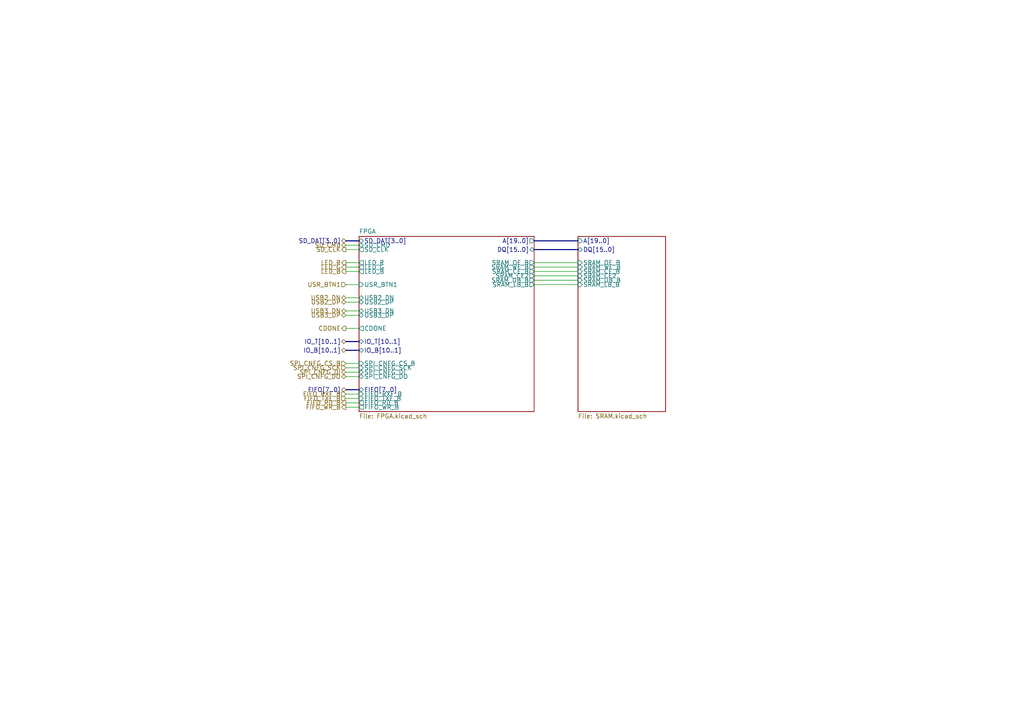
<source format=kicad_sch>
(kicad_sch
	(version 20250114)
	(generator "eeschema")
	(generator_version "9.0")
	(uuid "4352297a-e32b-4d0d-aeec-02d3edae7d1a")
	(paper "A4")
	(lib_symbols)
	(wire
		(pts
			(xy 154.94 78.74) (xy 167.64 78.74)
		)
		(stroke
			(width 0)
			(type default)
		)
		(uuid "0cd21ca4-29b7-4026-9f50-7b09699f7402")
	)
	(wire
		(pts
			(xy 100.33 116.84) (xy 104.14 116.84)
		)
		(stroke
			(width 0)
			(type default)
		)
		(uuid "0ded3ce6-b966-445e-aacc-bc9b42593b85")
	)
	(bus
		(pts
			(xy 154.94 69.85) (xy 167.64 69.85)
		)
		(stroke
			(width 0)
			(type default)
		)
		(uuid "13ecce82-6aba-4d21-b5c0-c820101e6a5a")
	)
	(bus
		(pts
			(xy 100.33 101.6) (xy 104.14 101.6)
		)
		(stroke
			(width 0)
			(type default)
		)
		(uuid "1eaf0903-38b9-4a19-b180-7c1ec1aa00e4")
	)
	(wire
		(pts
			(xy 100.33 78.74) (xy 104.14 78.74)
		)
		(stroke
			(width 0)
			(type default)
		)
		(uuid "251fb74a-e0c5-44e9-96a2-fd13ec306d69")
	)
	(wire
		(pts
			(xy 100.33 95.25) (xy 104.14 95.25)
		)
		(stroke
			(width 0)
			(type default)
		)
		(uuid "30d4207c-39b2-427d-909e-b43e1184a4c8")
	)
	(wire
		(pts
			(xy 100.33 71.12) (xy 104.14 71.12)
		)
		(stroke
			(width 0)
			(type default)
		)
		(uuid "335d4511-dd9b-4265-8f21-d6e8569d47c9")
	)
	(wire
		(pts
			(xy 100.33 109.22) (xy 104.14 109.22)
		)
		(stroke
			(width 0)
			(type default)
		)
		(uuid "38ac094c-11fe-4703-9eba-2a6604cb4101")
	)
	(wire
		(pts
			(xy 100.33 107.95) (xy 104.14 107.95)
		)
		(stroke
			(width 0)
			(type default)
		)
		(uuid "3f699d68-efa3-4d4b-90c6-b18b542b13fe")
	)
	(wire
		(pts
			(xy 100.33 76.2) (xy 104.14 76.2)
		)
		(stroke
			(width 0)
			(type default)
		)
		(uuid "42bff415-6629-4914-81bb-a6e4651cedd8")
	)
	(bus
		(pts
			(xy 100.33 113.03) (xy 104.14 113.03)
		)
		(stroke
			(width 0)
			(type default)
		)
		(uuid "4c36b8de-0580-49d1-acf0-96e3a66c1266")
	)
	(wire
		(pts
			(xy 154.94 81.28) (xy 167.64 81.28)
		)
		(stroke
			(width 0)
			(type default)
		)
		(uuid "515fcdad-0710-4a40-a5a2-c9cd5d496065")
	)
	(wire
		(pts
			(xy 100.33 91.44) (xy 104.14 91.44)
		)
		(stroke
			(width 0)
			(type default)
		)
		(uuid "574ae086-ea9b-4be1-9e60-91fa11bd8148")
	)
	(wire
		(pts
			(xy 154.94 77.47) (xy 167.64 77.47)
		)
		(stroke
			(width 0)
			(type default)
		)
		(uuid "6bda5b1c-c9df-42b4-acc6-83818df4d21c")
	)
	(bus
		(pts
			(xy 154.94 72.39) (xy 167.64 72.39)
		)
		(stroke
			(width 0)
			(type default)
		)
		(uuid "6dd260d0-729c-49a0-89b7-61305c33b238")
	)
	(wire
		(pts
			(xy 100.33 118.11) (xy 104.14 118.11)
		)
		(stroke
			(width 0)
			(type default)
		)
		(uuid "7a468fbf-6953-41ca-9084-eb70980a268f")
	)
	(wire
		(pts
			(xy 100.33 90.17) (xy 104.14 90.17)
		)
		(stroke
			(width 0)
			(type default)
		)
		(uuid "7d3a588b-ab36-4bb2-a029-8647aa5dae58")
	)
	(wire
		(pts
			(xy 100.33 106.68) (xy 104.14 106.68)
		)
		(stroke
			(width 0)
			(type default)
		)
		(uuid "976563df-5e51-40a3-bca0-d37354a52dbf")
	)
	(bus
		(pts
			(xy 100.33 69.85) (xy 104.14 69.85)
		)
		(stroke
			(width 0)
			(type default)
		)
		(uuid "bb301b87-01de-4273-8e6c-28ea2dd50287")
	)
	(wire
		(pts
			(xy 154.94 76.2) (xy 167.64 76.2)
		)
		(stroke
			(width 0)
			(type default)
		)
		(uuid "bd993e17-1a18-4178-9b76-d3c0f4722908")
	)
	(wire
		(pts
			(xy 100.33 114.3) (xy 104.14 114.3)
		)
		(stroke
			(width 0)
			(type default)
		)
		(uuid "c03d6c3c-5a1b-415c-b8ec-9fee7612bbef")
	)
	(wire
		(pts
			(xy 100.33 115.57) (xy 104.14 115.57)
		)
		(stroke
			(width 0)
			(type default)
		)
		(uuid "c5d7a71f-4000-4a8a-a4aa-33805c592c67")
	)
	(wire
		(pts
			(xy 100.33 86.36) (xy 104.14 86.36)
		)
		(stroke
			(width 0)
			(type default)
		)
		(uuid "cb0edc27-778a-44f2-867f-59b62dd078a5")
	)
	(wire
		(pts
			(xy 154.94 80.01) (xy 167.64 80.01)
		)
		(stroke
			(width 0)
			(type default)
		)
		(uuid "cccabc71-33fb-4aff-ad70-fcf45c8e12af")
	)
	(wire
		(pts
			(xy 100.33 77.47) (xy 104.14 77.47)
		)
		(stroke
			(width 0)
			(type default)
		)
		(uuid "cf811994-f002-488c-a6a9-f4f8b3b9a044")
	)
	(wire
		(pts
			(xy 100.33 87.63) (xy 104.14 87.63)
		)
		(stroke
			(width 0)
			(type default)
		)
		(uuid "d82049e8-4568-4307-ba0c-e8092e18e83f")
	)
	(wire
		(pts
			(xy 100.33 72.39) (xy 104.14 72.39)
		)
		(stroke
			(width 0)
			(type default)
		)
		(uuid "d95614c0-5a2b-4591-9c01-95c8ce24c97f")
	)
	(wire
		(pts
			(xy 154.94 82.55) (xy 167.64 82.55)
		)
		(stroke
			(width 0)
			(type default)
		)
		(uuid "e3876356-bc46-443d-a4eb-6e5500357cf8")
	)
	(wire
		(pts
			(xy 100.33 105.41) (xy 104.14 105.41)
		)
		(stroke
			(width 0)
			(type default)
		)
		(uuid "ebbb3a04-4d84-43c9-8deb-1268ee453a3a")
	)
	(wire
		(pts
			(xy 100.33 82.55) (xy 104.14 82.55)
		)
		(stroke
			(width 0)
			(type default)
		)
		(uuid "eca7f51a-5715-4fc0-8375-526d6ef1b6fa")
	)
	(bus
		(pts
			(xy 100.33 99.06) (xy 104.14 99.06)
		)
		(stroke
			(width 0)
			(type default)
		)
		(uuid "f6420543-5554-475f-a7e7-1321efef7a01")
	)
	(hierarchical_label "LED_B"
		(shape output)
		(at 100.33 78.74 180)
		(effects
			(font
				(size 1.27 1.27)
			)
			(justify right)
		)
		(uuid "02ce3184-12d3-4c0b-8757-c8cb8f79ca79")
	)
	(hierarchical_label "SD_DAT[3..0]"
		(shape bidirectional)
		(at 100.33 69.85 180)
		(effects
			(font
				(size 1.27 1.27)
			)
			(justify right)
		)
		(uuid "06c4fddb-1716-4a2e-a44e-9969f974819f")
	)
	(hierarchical_label "USR_BTN1"
		(shape input)
		(at 100.33 82.55 180)
		(effects
			(font
				(size 1.27 1.27)
			)
			(justify right)
		)
		(uuid "0c930c4f-3f1a-4798-be68-704437964705")
	)
	(hierarchical_label "CDONE"
		(shape output)
		(at 100.33 95.25 180)
		(effects
			(font
				(size 1.27 1.27)
			)
			(justify right)
		)
		(uuid "29cafb4b-96fc-467b-9001-b6c0099365dd")
	)
	(hierarchical_label "SPI_CNFG_DI"
		(shape bidirectional)
		(at 100.33 107.95 180)
		(effects
			(font
				(size 1.27 1.27)
			)
			(justify right)
		)
		(uuid "3d195c3a-bebb-4f81-b432-dff2597536d2")
	)
	(hierarchical_label "LED_R"
		(shape output)
		(at 100.33 76.2 180)
		(effects
			(font
				(size 1.27 1.27)
			)
			(justify right)
		)
		(uuid "40bb6364-e90f-4013-bedc-6a86bbd3ff27")
	)
	(hierarchical_label "SPI_CNFG_DO"
		(shape bidirectional)
		(at 100.33 109.22 180)
		(effects
			(font
				(size 1.27 1.27)
			)
			(justify right)
		)
		(uuid "48d6abdb-e298-4545-84c8-88e13844d253")
	)
	(hierarchical_label "SD_CLK"
		(shape output)
		(at 100.33 72.39 180)
		(effects
			(font
				(size 1.27 1.27)
			)
			(justify right)
		)
		(uuid "4f548b0b-a604-4b2e-87f8-c06fb329ef34")
	)
	(hierarchical_label "SD_CMD"
		(shape bidirectional)
		(at 100.33 71.12 180)
		(effects
			(font
				(size 1.27 1.27)
			)
			(justify right)
		)
		(uuid "5811d458-bb73-401e-860c-d14093e515de")
	)
	(hierarchical_label "FIFO_RXF_B"
		(shape input)
		(at 100.33 114.3 180)
		(effects
			(font
				(size 1.27 1.27)
			)
			(justify right)
		)
		(uuid "63b1c38b-e99e-4ca9-a261-1ee9f81acf06")
	)
	(hierarchical_label "USB2_DN"
		(shape bidirectional)
		(at 100.33 86.36 180)
		(effects
			(font
				(size 1.27 1.27)
			)
			(justify right)
		)
		(uuid "6c1120f9-cfe8-493b-89bd-716f3bdb078d")
	)
	(hierarchical_label "IO_T[10..1]"
		(shape bidirectional)
		(at 100.33 99.06 180)
		(effects
			(font
				(size 1.27 1.27)
			)
			(justify right)
		)
		(uuid "75726dc2-ff30-4dc4-b5d1-df2b83c4fccb")
	)
	(hierarchical_label "FIFO[7..0]"
		(shape bidirectional)
		(at 100.33 113.03 180)
		(effects
			(font
				(size 1.27 1.27)
			)
			(justify right)
		)
		(uuid "7923e515-468e-4163-9102-2be363927546")
	)
	(hierarchical_label "FIFO_RD_B"
		(shape output)
		(at 100.33 116.84 180)
		(effects
			(font
				(size 1.27 1.27)
			)
			(justify right)
		)
		(uuid "8a8540f8-53c7-4558-b82a-7ca2e35300fe")
	)
	(hierarchical_label "IO_B[10..1]"
		(shape bidirectional)
		(at 100.33 101.6 180)
		(effects
			(font
				(size 1.27 1.27)
			)
			(justify right)
		)
		(uuid "944d359b-3354-4590-a9b9-56f74d71dfdd")
	)
	(hierarchical_label "SPI_CNFG_CS_B"
		(shape input)
		(at 100.33 105.41 180)
		(effects
			(font
				(size 1.27 1.27)
			)
			(justify right)
		)
		(uuid "b83dc967-d83c-49a7-b15a-175d8435a908")
	)
	(hierarchical_label "SPI_CNFG_SCK"
		(shape input)
		(at 100.33 106.68 180)
		(effects
			(font
				(size 1.27 1.27)
			)
			(justify right)
		)
		(uuid "b8f55118-fbae-4827-bbf6-5d9fa354b236")
	)
	(hierarchical_label "FIFO_TXE_B"
		(shape input)
		(at 100.33 115.57 180)
		(effects
			(font
				(size 1.27 1.27)
			)
			(justify right)
		)
		(uuid "c81a4ca2-7aa1-4844-b245-cf1dffd3cd93")
	)
	(hierarchical_label "LED_G"
		(shape output)
		(at 100.33 77.47 180)
		(effects
			(font
				(size 1.27 1.27)
			)
			(justify right)
		)
		(uuid "ce8042e3-25ec-482d-a84a-172ab2123db7")
	)
	(hierarchical_label "USB3_DN"
		(shape bidirectional)
		(at 100.33 90.17 180)
		(effects
			(font
				(size 1.27 1.27)
			)
			(justify right)
		)
		(uuid "ce890011-1ee4-4e6f-ae0b-37d683e58eda")
	)
	(hierarchical_label "USB3_DP"
		(shape bidirectional)
		(at 100.33 91.44 180)
		(effects
			(font
				(size 1.27 1.27)
			)
			(justify right)
		)
		(uuid "d5073220-5df9-4911-a0d2-91c5be6258f0")
	)
	(hierarchical_label "USB2_DP"
		(shape bidirectional)
		(at 100.33 87.63 180)
		(effects
			(font
				(size 1.27 1.27)
			)
			(justify right)
		)
		(uuid "e807f2ed-af00-4920-8462-f06f4b0d387f")
	)
	(hierarchical_label "FIFO_WR_B"
		(shape output)
		(at 100.33 118.11 180)
		(effects
			(font
				(size 1.27 1.27)
			)
			(justify right)
		)
		(uuid "f31a3c5e-f6cf-49d8-a1dd-068b1a40ecd4")
	)
	(sheet
		(at 104.14 68.58)
		(size 50.8 50.8)
		(exclude_from_sim no)
		(in_bom yes)
		(on_board yes)
		(dnp no)
		(fields_autoplaced yes)
		(stroke
			(width 0.1524)
			(type solid)
		)
		(fill
			(color 0 0 0 0.0000)
		)
		(uuid "45951699-7d91-42f2-85db-3c9973456bfb")
		(property "Sheetname" "FPGA"
			(at 104.14 67.8684 0)
			(effects
				(font
					(size 1.27 1.27)
				)
				(justify left bottom)
			)
		)
		(property "Sheetfile" "FPGA.kicad_sch"
			(at 104.14 119.9646 0)
			(effects
				(font
					(size 1.27 1.27)
				)
				(justify left top)
			)
		)
		(pin "LED_R" output
			(at 104.14 76.2 180)
			(uuid "6dc58897-be08-45c7-a961-2a081f6839cc")
			(effects
				(font
					(size 1.27 1.27)
				)
				(justify left)
			)
		)
		(pin "LED_B" output
			(at 104.14 78.74 180)
			(uuid "deee3b8a-d204-4c81-bd97-5d158545c3b7")
			(effects
				(font
					(size 1.27 1.27)
				)
				(justify left)
			)
		)
		(pin "LED_G" output
			(at 104.14 77.47 180)
			(uuid "a6eeed8f-107f-4050-a0cf-fcb2465131ed")
			(effects
				(font
					(size 1.27 1.27)
				)
				(justify left)
			)
		)
		(pin "USR_BTN1" input
			(at 104.14 82.55 180)
			(uuid "d69abee9-3734-415f-b747-7e30b096685e")
			(effects
				(font
					(size 1.27 1.27)
				)
				(justify left)
			)
		)
		(pin "A[19..0]" output
			(at 154.94 69.85 0)
			(uuid "7019749e-5695-42dd-9336-53cd76fa8095")
			(effects
				(font
					(size 1.27 1.27)
				)
				(justify right)
			)
		)
		(pin "SRAM_CE_B" output
			(at 154.94 78.74 0)
			(uuid "7287ee9f-32d0-4be3-9f11-2c9a6c2f146a")
			(effects
				(font
					(size 1.27 1.27)
				)
				(justify right)
			)
		)
		(pin "SRAM_OE_B" output
			(at 154.94 76.2 0)
			(uuid "629380ed-d576-49b9-b8cb-d4d93c7f88c6")
			(effects
				(font
					(size 1.27 1.27)
				)
				(justify right)
			)
		)
		(pin "SRAM_CE2" output
			(at 154.94 80.01 0)
			(uuid "35d72f14-5e9f-4275-8441-b730c2ae6fd0")
			(effects
				(font
					(size 1.27 1.27)
				)
				(justify right)
			)
		)
		(pin "SRAM_WE_B" output
			(at 154.94 77.47 0)
			(uuid "af24777c-6dd7-43b4-9079-58c46cd37696")
			(effects
				(font
					(size 1.27 1.27)
				)
				(justify right)
			)
		)
		(pin "SRAM_LB_B" output
			(at 154.94 82.55 0)
			(uuid "509077a2-5294-456f-8bb1-2d58e6175c71")
			(effects
				(font
					(size 1.27 1.27)
				)
				(justify right)
			)
		)
		(pin "SRAM_UB_B" output
			(at 154.94 81.28 0)
			(uuid "e3d22509-5458-48f3-ad45-a72bfcec0569")
			(effects
				(font
					(size 1.27 1.27)
				)
				(justify right)
			)
		)
		(pin "DQ[15..0]" bidirectional
			(at 154.94 72.39 0)
			(uuid "6c4d50cd-400e-48e3-85a5-2216e0bacd26")
			(effects
				(font
					(size 1.27 1.27)
				)
				(justify right)
			)
		)
		(pin "USB2_DP" bidirectional
			(at 104.14 87.63 180)
			(uuid "965dde86-65e7-4d70-b764-3451d1cd22fa")
			(effects
				(font
					(size 1.27 1.27)
				)
				(justify left)
			)
		)
		(pin "USB2_DN" bidirectional
			(at 104.14 86.36 180)
			(uuid "8337b4ad-1439-4b8d-833c-dd3f8cdb3a74")
			(effects
				(font
					(size 1.27 1.27)
				)
				(justify left)
			)
		)
		(pin "USB3_DP" bidirectional
			(at 104.14 91.44 180)
			(uuid "52f2277c-8b61-488d-9baf-86954622c98c")
			(effects
				(font
					(size 1.27 1.27)
				)
				(justify left)
			)
		)
		(pin "CDONE" output
			(at 104.14 95.25 180)
			(uuid "c70f1786-21f7-4cf6-b9bd-022ac5965330")
			(effects
				(font
					(size 1.27 1.27)
				)
				(justify left)
			)
		)
		(pin "USB3_DN" bidirectional
			(at 104.14 90.17 180)
			(uuid "e0b33be3-3fc6-42aa-8ee7-600609afc98a")
			(effects
				(font
					(size 1.27 1.27)
				)
				(justify left)
			)
		)
		(pin "IO_T[10..1]" bidirectional
			(at 104.14 99.06 180)
			(uuid "a4873cff-2065-437c-8ab2-35dff852ebb5")
			(effects
				(font
					(size 1.27 1.27)
				)
				(justify left)
			)
		)
		(pin "SD_DAT[3..0]" bidirectional
			(at 104.14 69.85 180)
			(uuid "63b0a0db-d9dd-4d7e-a637-10b8abced289")
			(effects
				(font
					(size 1.27 1.27)
				)
				(justify left)
			)
		)
		(pin "SD_CMD" bidirectional
			(at 104.14 71.12 180)
			(uuid "019eacdd-4381-4de9-82b0-94798b7dba00")
			(effects
				(font
					(size 1.27 1.27)
				)
				(justify left)
			)
		)
		(pin "SD_CLK" output
			(at 104.14 72.39 180)
			(uuid "51a9d1c5-c6bd-4efc-88e5-30992470f73e")
			(effects
				(font
					(size 1.27 1.27)
				)
				(justify left)
			)
		)
		(pin "SPI_CNFG_DI" bidirectional
			(at 104.14 107.95 180)
			(uuid "00c9408a-5c62-4a64-94e1-92f70c1ec133")
			(effects
				(font
					(size 1.27 1.27)
				)
				(justify left)
			)
		)
		(pin "SPI_CNFG_CS_B" input
			(at 104.14 105.41 180)
			(uuid "b27a7506-3fae-44f1-a6ff-85527c079f51")
			(effects
				(font
					(size 1.27 1.27)
				)
				(justify left)
			)
		)
		(pin "SPI_CNFG_DO" bidirectional
			(at 104.14 109.22 180)
			(uuid "ef46fbc4-1474-4536-89f7-4ce8fad1ab7d")
			(effects
				(font
					(size 1.27 1.27)
				)
				(justify left)
			)
		)
		(pin "SPI_CNFG_SCK" input
			(at 104.14 106.68 180)
			(uuid "c23da42d-dfbe-45d7-ab05-53a7cd4c0101")
			(effects
				(font
					(size 1.27 1.27)
				)
				(justify left)
			)
		)
		(pin "FIFO[7..0]" bidirectional
			(at 104.14 113.03 180)
			(uuid "d3503bc1-3a31-4285-8bc2-2135298a807e")
			(effects
				(font
					(size 1.27 1.27)
				)
				(justify left)
			)
		)
		(pin "FIFO_RD_B" output
			(at 104.14 116.84 180)
			(uuid "a619252c-ee40-4014-b5cc-e90d8b01916d")
			(effects
				(font
					(size 1.27 1.27)
				)
				(justify left)
			)
		)
		(pin "FIFO_WR_B" output
			(at 104.14 118.11 180)
			(uuid "e389a763-f70d-43ea-8c7d-420d3b124316")
			(effects
				(font
					(size 1.27 1.27)
				)
				(justify left)
			)
		)
		(pin "FIFO_RXF_B" input
			(at 104.14 114.3 180)
			(uuid "fa78eec4-8ec3-4ec2-92d2-59b104ffba16")
			(effects
				(font
					(size 1.27 1.27)
				)
				(justify left)
			)
		)
		(pin "FIFO_TXE_B" input
			(at 104.14 115.57 180)
			(uuid "a093c02b-6b7e-4979-92f7-962cb91ccf50")
			(effects
				(font
					(size 1.27 1.27)
				)
				(justify left)
			)
		)
		(pin "IO_B[10..1]" bidirectional
			(at 104.14 101.6 180)
			(uuid "02966e75-3e6c-469c-963e-334f263612df")
			(effects
				(font
					(size 1.27 1.27)
				)
				(justify left)
			)
		)
		(instances
			(project "SeedSBC_rev1_1"
				(path "/9328a39f-e46f-4e23-a67b-f837d10a1254/ead0e1f6-3bed-4a4d-ba2e-bcbc99eccbe8"
					(page "10")
				)
			)
		)
	)
	(sheet
		(at 167.64 68.58)
		(size 25.4 50.8)
		(exclude_from_sim no)
		(in_bom yes)
		(on_board yes)
		(dnp no)
		(fields_autoplaced yes)
		(stroke
			(width 0.1524)
			(type solid)
		)
		(fill
			(color 0 0 0 0.0000)
		)
		(uuid "473a3989-8d64-4465-9744-9671bd8b9561")
		(property "Sheetname" "SRAM"
			(at 167.64 67.8684 0)
			(effects
				(font
					(size 1.27 1.27)
				)
				(justify left bottom)
				(hide yes)
			)
		)
		(property "Sheetfile" "SRAM.kicad_sch"
			(at 167.64 119.9646 0)
			(effects
				(font
					(size 1.27 1.27)
				)
				(justify left top)
			)
		)
		(pin "SRAM_OE_B" input
			(at 167.64 76.2 180)
			(uuid "e12adaca-0c9b-47fd-bad0-97c667ff27b3")
			(effects
				(font
					(size 1.27 1.27)
				)
				(justify left)
			)
		)
		(pin "A[19..0]" input
			(at 167.64 69.85 180)
			(uuid "c97aa1cb-9faa-422b-9820-d2e3cd3e17cc")
			(effects
				(font
					(size 1.27 1.27)
				)
				(justify left)
			)
		)
		(pin "SRAM_WE_B" input
			(at 167.64 77.47 180)
			(uuid "adb63d82-2d39-4bdd-a598-f74341f18922")
			(effects
				(font
					(size 1.27 1.27)
				)
				(justify left)
			)
		)
		(pin "SRAM_LB_B" input
			(at 167.64 82.55 180)
			(uuid "55eb5c48-cd3e-43b9-bed0-0b451a7b8f56")
			(effects
				(font
					(size 1.27 1.27)
				)
				(justify left)
			)
		)
		(pin "DQ[15..0]" bidirectional
			(at 167.64 72.39 180)
			(uuid "e185642f-2641-41e6-897d-786515aeaef6")
			(effects
				(font
					(size 1.27 1.27)
				)
				(justify left)
			)
		)
		(pin "SRAM_CE2" input
			(at 167.64 80.01 180)
			(uuid "2a1bcb79-fe40-42a4-adf3-2ee65dff7eda")
			(effects
				(font
					(size 1.27 1.27)
				)
				(justify left)
			)
		)
		(pin "SRAM_CE_B" input
			(at 167.64 78.74 180)
			(uuid "a0af5eb0-7896-4855-a5b3-e520cc2baf87")
			(effects
				(font
					(size 1.27 1.27)
				)
				(justify left)
			)
		)
		(pin "SRAM_UB_B" input
			(at 167.64 81.28 180)
			(uuid "b8f7985a-0d11-441a-a124-0a85ec87cd2e")
			(effects
				(font
					(size 1.27 1.27)
				)
				(justify left)
			)
		)
		(instances
			(project "SeedSBC_rev1_1"
				(path "/9328a39f-e46f-4e23-a67b-f837d10a1254/ead0e1f6-3bed-4a4d-ba2e-bcbc99eccbe8"
					(page "9")
				)
			)
		)
	)
)

</source>
